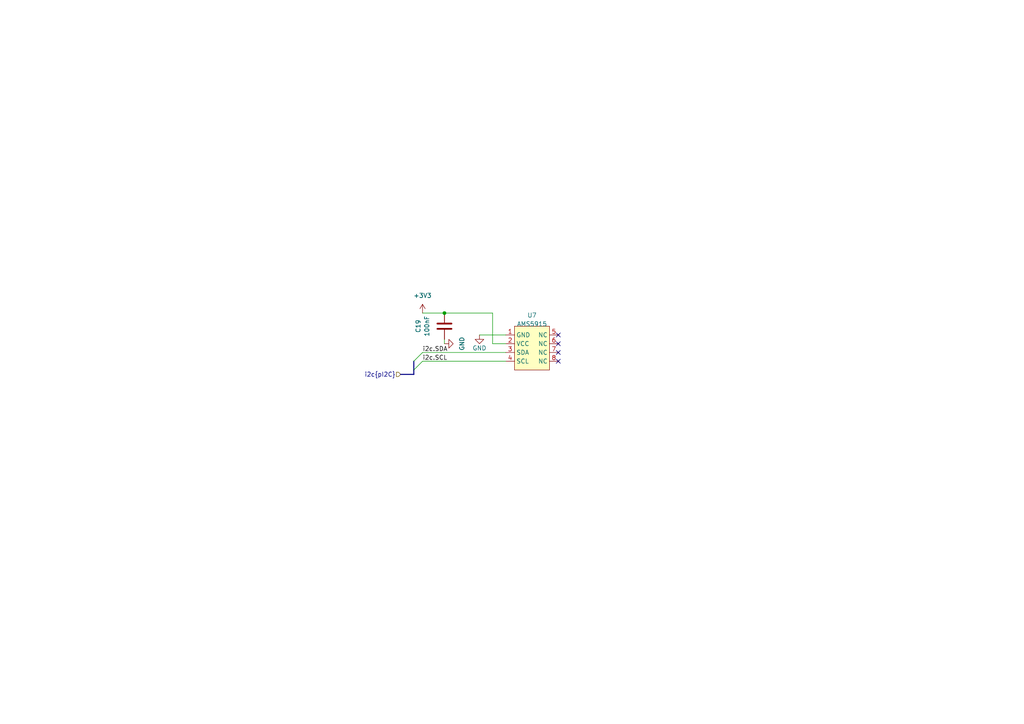
<source format=kicad_sch>
(kicad_sch (version 20230121) (generator eeschema)
  (paper "A4")
  (lib_symbols
    (symbol "Device:C" (pin_numbers hide) (pin_names (offset 0.254))
      (property "Reference" "C" (at 0.635 2.54 0))
      (property "Value" "C" (at 0.635 -2.54 0))
      (symbol "C_0_1"
        (polyline (pts (xy -2.032 -0.762) (xy 2.032 -0.762)) (stroke (width 0.508)))
        (polyline (pts (xy -2.032 0.762) (xy 2.032 0.762)) (stroke (width 0.508)))
      )
      (symbol "C_1_1"
        (pin passive line (at 0 3.81 270) (length 2.794) (name "~") (number "1"))
        (pin passive line (at 0 -3.81 90) (length 2.794) (name "~") (number "2"))
      )
    )
    (symbol "IVS_SYMBOLS:AMS5915"
      (property "Reference" "U" (at 0 10.16 0))
      (property "Value" "AMS5915" (at 0 -7.62 0))
      (symbol "AMS5915_0_1"
        (rectangle (start -5.08 7.62) (end 5.08 -5.08) (fill (type background)))
      )
      (symbol "AMS5915_1_1"
        (pin power_in line (at -7.62 5.08 0) (length 2.54) (name "GND") (number "1"))
        (pin power_in line (at -7.62 2.54 0) (length 2.54) (name "VCC") (number "2"))
        (pin bidirectional line (at -7.62 0 0) (length 2.54) (name "SDA") (number "3"))
        (pin input line (at -7.62 -2.54 0) (length 2.54) (name "SCL") (number "4"))
        (pin no_connect line (at 7.62 5.08 180) (length 2.54) (name "NC") (number "5"))
        (pin no_connect line (at 7.62 2.54 180) (length 2.54) (name "NC") (number "6"))
        (pin no_connect line (at 7.62 0 180) (length 2.54) (name "NC") (number "7"))
        (pin no_connect line (at 7.62 -2.54 180) (length 2.54) (name "NC") (number "8"))
      )
    )
    (symbol "power:+3V3" (power) (pin_names (offset 0))
      (property "Value" "+3V3" (at 0 3.556 0))
      (symbol "+3V3_0_1"
        (polyline (pts (xy -0.762 1.27) (xy 0 2.54)))
        (polyline (pts (xy 0 0) (xy 0 2.54)))
        (polyline (pts (xy 0 2.54) (xy 0.762 1.27)))
      )
      (symbol "+3V3_1_1"
        (pin power_in line (at 0 0 90) (length 0) hide (name "+3V3") (number "1"))
      )
    )
    (symbol "power:GND" (power) (pin_names (offset 0))
      (property "Value" "GND" (at 0 -3.81 0))
      (symbol "GND_0_1"
        (polyline (pts (xy 0 0) (xy 0 -1.27) (xy 1.27 -1.27) (xy 0 -2.54) (xy -1.27 -1.27) (xy 0 -1.27)))
      )
      (symbol "GND_1_1"
        (pin power_in line (at 0 0 270) (length 0) hide (name "GND") (number "1"))
      )
    )
  )
  (junction (at 128.905 90.805))
  (no_connect (at 161.925 102.235))
  (no_connect (at 161.925 99.695))
  (no_connect (at 161.925 97.155))
  (no_connect (at 161.925 104.775))
  (bus_entry (at 122.555 104.775) (size -2.54 2.54))
  (bus_entry (at 122.555 102.235) (size -2.54 2.54))
  (wire (pts (xy 128.905 90.805) (xy 142.875 90.805)))
  (bus (pts (xy 120.015 104.775) (xy 120.015 107.315)))
  (wire (pts (xy 146.685 99.695) (xy 142.875 99.695)))
  (wire (pts (xy 122.555 104.775) (xy 146.685 104.775)))
  (wire (pts (xy 142.875 99.695) (xy 142.875 90.805)))
  (bus (pts (xy 116.205 108.585) (xy 120.015 108.585)))
  (wire (pts (xy 122.555 90.805) (xy 128.905 90.805)))
  (wire (pts (xy 139.065 97.155) (xy 146.685 97.155)))
  (bus (pts (xy 120.015 107.315) (xy 120.015 108.585)))
  (wire (pts (xy 122.555 102.235) (xy 146.685 102.235)))
  (wire (pts (xy 128.905 99.695) (xy 128.905 98.425)))
  (label "i2c.SDA" (at 122.555 102.235 0))
  (label "i2c.SCL" (at 122.555 104.775 0))
  (hierarchical_label "i2c{pI2C}" (shape input) (at 116.205 108.585 180))
  (symbol (lib_id "power:+3V3") (at 122.555 90.805 0) (unit 1)
    (property "Reference" "#PWR048" (effects hide))
    (property "Value" "+3V3" (at 122.555 85.725 0))
  )
  (symbol (lib_id "IVS_SYMBOLS:AMS5915") (at 154.305 102.235 0) (unit 1)
    (property "Reference" "U7" (at 154.305 91.44 0))
    (property "Value" "AMS5915" (at 154.305 93.98 0))
    (property "Footprint" "IVS_FOOTPRINTS:AMS5915" (effects hide))
    (property "Datasheet" "https://www.analog-micro.com/products/pressure-sensors/board-mount-pressure-sensors/ams5915/ams5915-datasheet.pdf" (effects hide))
  )
  (symbol (lib_id "power:GND") (at 128.905 99.695 90) (unit 1)
    (property "Reference" "#PWR049" (effects hide))
    (property "Value" "GND" (at 133.985 99.695 0))
  )
  (symbol (lib_id "Device:C") (at 128.905 94.615 180) (unit 1)
    (property "Reference" "C19" (at 121.285 94.615 90))
    (property "Value" "100nF" (at 123.825 94.615 90))
    (property "Footprint" "IVS_FOOTPRINTS:C_0603" (effects hide))
  )
  (symbol (lib_id "power:GND") (at 139.065 97.155 0) (unit 1)
    (property "Reference" "#PWR050" (effects hide))
    (property "Value" "GND" (at 139.065 100.965 0))
  )
)
</source>
